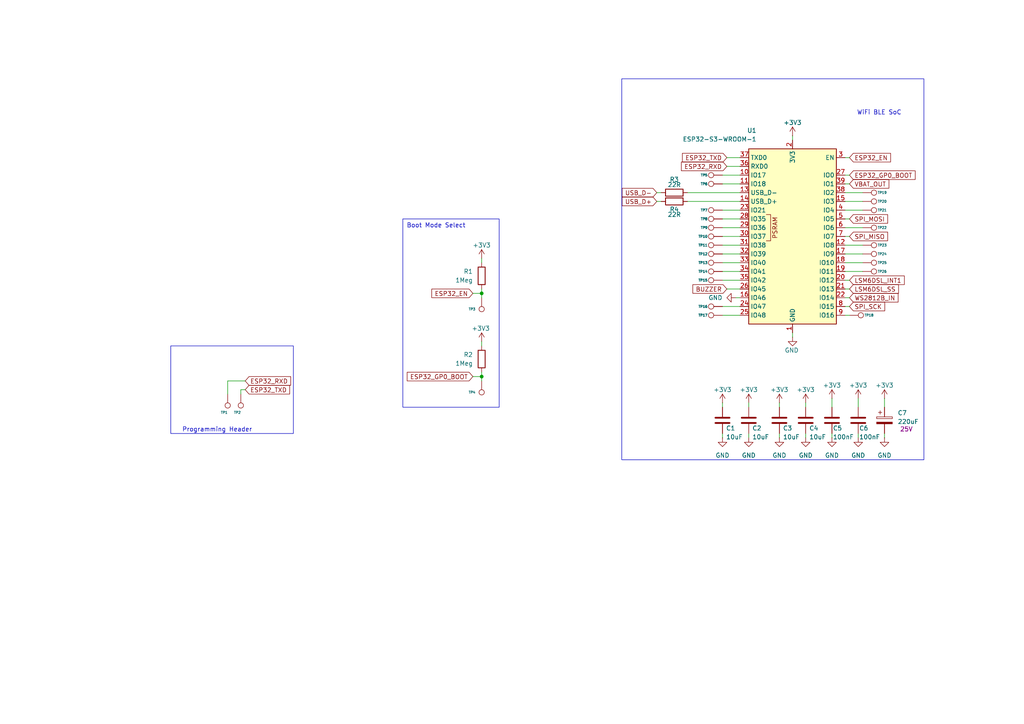
<source format=kicad_sch>
(kicad_sch (version 20250114) (generator "eeschema") (generator_version "9.0")
  (paper "A4")
  (title_block (title "MCU") (date "2025-09-26") (rev "v1.0") (company "By Shrinath Nimare <shrinath.nimare@gmail.com>"))
  (lib_symbols
    (symbol "Connector:TestPoint" (pin_numbers (hide yes)) (pin_names (offset 0.762) (hide yes))
      (property "Reference" "TP" (at 0 6.858 0))
      (property "Value" "TestPoint" (at 0 5.08 0))
      (symbol "TestPoint_0_1"
        (circle (center 0 3.302) (radius 0.762))
      )
      (symbol "TestPoint_1_1"
        (pin passive line (at 0 0 90) (length 2.54) (name "1") (number "1"))
      )
    )
    (symbol "Device:C" (pin_numbers (hide yes)) (pin_names (offset 0.254))
      (property "Reference" "C" (at 0.635 2.54 0))
      (property "Value" "C" (at 0.635 -2.54 0))
      (symbol "C_0_1"
        (polyline (pts (xy -2.032 0.762) (xy 2.032 0.762)) (stroke (width 0.508)))
        (polyline (pts (xy -2.032 -0.762) (xy 2.032 -0.762)) (stroke (width 0.508)))
      )
      (symbol "C_1_1"
        (pin passive line (at 0 3.81 270) (length 2.794) (name "~") (number "1"))
        (pin passive line (at 0 -3.81 90) (length 2.794) (name "~") (number "2"))
      )
    )
    (symbol "Device:C_Polarized" (pin_numbers (hide yes)) (pin_names (offset 0.254))
      (property "Reference" "C" (at 0.635 2.54 0))
      (property "Value" "C_Polarized" (at 0.635 -2.54 0))
      (symbol "C_Polarized_0_1"
        (rectangle (start -2.286 0.508) (end 2.286 1.016))
        (polyline (pts (xy -1.778 2.286) (xy -0.762 2.286)))
        (polyline (pts (xy -1.27 2.794) (xy -1.27 1.778)))
        (rectangle (start 2.286 -0.508) (end -2.286 -1.016) (fill (type outline)))
      )
      (symbol "C_Polarized_1_1"
        (pin passive line (at 0 3.81 270) (length 2.794) (name "~") (number "1"))
        (pin passive line (at 0 -3.81 90) (length 2.794) (name "~") (number "2"))
      )
    )
    (symbol "Device:R" (pin_numbers (hide yes)) (pin_names (offset 0))
      (property "Reference" "R" (at 2.032 0 90))
      (property "Value" "R" (at 0 0 90))
      (symbol "R_0_1"
        (rectangle (start -1.016 -2.54) (end 1.016 2.54) (stroke (width 0.254)))
      )
      (symbol "R_1_1"
        (pin passive line (at 0 3.81 270) (length 1.27) (name "~") (number "1"))
        (pin passive line (at 0 -3.81 90) (length 1.27) (name "~") (number "2"))
      )
    )
    (symbol "RF_Module:ESP32-S3-WROOM-1"
      (property "Reference" "U" (at -12.7 26.67 0))
      (property "Value" "ESP32-S3-WROOM-1" (at 12.7 26.67 0))
      (symbol "ESP32-S3-WROOM-1_0_0"
        (rectangle (start -12.7 25.4) (end 12.7 -25.4) (stroke (width 0.254)) (fill (type background)))
        (text "PSRAM" (at 5.08 2.54 900) (effects (font (size 1.27 1.27))))
      )
      (symbol "ESP32-S3-WROOM-1_0_1"
        (polyline (pts (xy 7.62 -1.27) (xy 6.35 -1.27) (xy 6.35 6.35) (xy 7.62 6.35)))
      )
      (symbol "ESP32-S3-WROOM-1_1_1"
        (pin input line (at -15.24 22.86 0) (length 2.54) (name "EN") (number "3"))
        (pin bidirectional line (at -15.24 17.78 0) (length 2.54) (name "IO0") (number "27"))
        (pin bidirectional line (at -15.24 15.24 0) (length 2.54) (name "IO1") (number "39"))
        (pin bidirectional line (at -15.24 12.7 0) (length 2.54) (name "IO2") (number "38"))
        (pin bidirectional line (at -15.24 10.16 0) (length 2.54) (name "IO3") (number "15"))
        (pin bidirectional line (at -15.24 7.62 0) (length 2.54) (name "IO4") (number "4"))
        (pin bidirectional line (at -15.24 5.08 0) (length 2.54) (name "IO5") (number "5"))
        (pin bidirectional line (at -15.24 2.54 0) (length 2.54) (name "IO6") (number "6"))
        (pin bidirectional line (at -15.24 0 0) (length 2.54) (name "IO7") (number "7"))
        (pin bidirectional line (at -15.24 -2.54 0) (length 2.54) (name "IO8") (number "12"))
        (pin bidirectional line (at -15.24 -5.08 0) (length 2.54) (name "IO9") (number "17"))
        (pin bidirectional line (at -15.24 -7.62 0) (length 2.54) (name "IO10") (number "18"))
        (pin bidirectional line (at -15.24 -10.16 0) (length 2.54) (name "IO11") (number "19"))
        (pin bidirectional line (at -15.24 -12.7 0) (length 2.54) (name "IO12") (number "20"))
        (pin bidirectional line (at -15.24 -15.24 0) (length 2.54) (name "IO13") (number "21"))
        (pin bidirectional line (at -15.24 -17.78 0) (length 2.54) (name "IO14") (number "22"))
        (pin bidirectional line (at -15.24 -20.32 0) (length 2.54) (name "IO15") (number "8"))
        (pin bidirectional line (at -15.24 -22.86 0) (length 2.54) (name "IO16") (number "9"))
        (pin power_in line (at 0 27.94 270) (length 2.54) (name "3V3") (number "2"))
        (pin power_in line (at 0 -27.94 90) (length 2.54) (name "GND") (number "1"))
        (pin passive line (at 0 -27.94 90) (length 2.54) (hide yes) (name "GND") (number "40"))
        (pin passive line (at 0 -27.94 90) (length 2.54) (hide yes) (name "GND") (number "41"))
        (pin bidirectional line (at 15.24 22.86 180) (length 2.54) (name "TXD0") (number "37"))
        (pin bidirectional line (at 15.24 20.32 180) (length 2.54) (name "RXD0") (number "36"))
        (pin bidirectional line (at 15.24 17.78 180) (length 2.54) (name "IO17") (number "10"))
        (pin bidirectional line (at 15.24 15.24 180) (length 2.54) (name "IO18") (number "11"))
        (pin bidirectional line (at 15.24 12.7 180) (length 2.54) (name "USB_D-") (number "13"))
        (pin bidirectional line (at 15.24 10.16 180) (length 2.54) (name "USB_D+") (number "14"))
        (pin bidirectional line (at 15.24 7.62 180) (length 2.54) (name "IO21") (number "23"))
        (pin bidirectional line (at 15.24 5.08 180) (length 2.54) (name "IO35") (number "28"))
        (pin bidirectional line (at 15.24 2.54 180) (length 2.54) (name "IO36") (number "29"))
        (pin bidirectional line (at 15.24 0 180) (length 2.54) (name "IO37") (number "30"))
        (pin bidirectional line (at 15.24 -2.54 180) (length 2.54) (name "IO38") (number "31"))
        (pin bidirectional line (at 15.24 -5.08 180) (length 2.54) (name "IO39") (number "32"))
        (pin bidirectional line (at 15.24 -7.62 180) (length 2.54) (name "IO40") (number "33"))
        (pin bidirectional line (at 15.24 -10.16 180) (length 2.54) (name "IO41") (number "34"))
        (pin bidirectional line (at 15.24 -12.7 180) (length 2.54) (name "IO42") (number "35"))
        (pin bidirectional line (at 15.24 -15.24 180) (length 2.54) (name "IO45") (number "26"))
        (pin bidirectional line (at 15.24 -17.78 180) (length 2.54) (name "IO46") (number "16"))
        (pin bidirectional line (at 15.24 -20.32 180) (length 2.54) (name "IO47") (number "24"))
        (pin bidirectional line (at 15.24 -22.86 180) (length 2.54) (name "IO48") (number "25"))
      )
    )
    (symbol "power:+3V3" (power) (pin_numbers (hide yes)) (pin_names (offset 0) (hide yes))
      (property "Value" "+3V3" (at 0 3.556 0))
      (symbol "+3V3_0_1"
        (polyline (pts (xy -0.762 1.27) (xy 0 2.54)))
        (polyline (pts (xy 0 2.54) (xy 0.762 1.27)))
        (polyline (pts (xy 0 0) (xy 0 2.54)))
      )
      (symbol "+3V3_1_1"
        (pin power_in line (at 0 0 90) (length 0) (name "~") (number "1"))
      )
    )
    (symbol "power:GND" (power) (pin_numbers (hide yes)) (pin_names (offset 0) (hide yes))
      (property "Value" "GND" (at 0 -3.81 0))
      (symbol "GND_0_1"
        (polyline (pts (xy 0 0) (xy 0 -1.27) (xy 1.27 -1.27) (xy 0 -2.54) (xy -1.27 -1.27) (xy 0 -1.27)))
      )
      (symbol "GND_1_1"
        (pin power_in line (at 0 0 270) (length 0) (name "~") (number "1"))
      )
    )
  )
  (rectangle (start 116.84 63.5) (end 144.78 118.11))
  (rectangle (start 49.53 100.33) (end 85.09 125.73))
  (rectangle (start 180.34 22.86) (end 267.97 133.35))
  (text "Boot Mode Select" (at 126.492 65.532 0) (effects (font (size 1.27 1.27))))
  (text "WiFi BLE SoC" (at 255.016 32.766 0) (effects (font (size 1.27 1.27))))
  (text "Programming Header" (at 62.992 124.714 0) (effects (font (size 1.27 1.27))))
  (junction (at 139.7 85.09))
  (junction (at 139.7 109.22))
  (wire (pts (xy 245.11 76.2) (xy 250.19 76.2)))
  (wire (pts (xy 229.87 96.52) (xy 229.87 97.79)))
  (wire (pts (xy 217.17 116.84) (xy 217.17 118.11)))
  (wire (pts (xy 245.11 66.04) (xy 250.19 66.04)))
  (wire (pts (xy 245.11 53.34) (xy 246.38 53.34)))
  (wire (pts (xy 233.68 116.84) (xy 233.68 118.11)))
  (wire (pts (xy 209.55 53.34) (xy 214.63 53.34)))
  (wire (pts (xy 245.11 73.66) (xy 250.19 73.66)))
  (wire (pts (xy 245.11 88.9) (xy 246.38 88.9)))
  (wire (pts (xy 245.11 45.72) (xy 246.38 45.72)))
  (wire (pts (xy 209.55 81.28) (xy 214.63 81.28)))
  (wire (pts (xy 248.92 115.57) (xy 248.92 118.11)))
  (wire (pts (xy 241.3 125.73) (xy 241.3 127)))
  (wire (pts (xy 209.55 50.8) (xy 214.63 50.8)))
  (wire (pts (xy 245.11 78.74) (xy 250.19 78.74)))
  (wire (pts (xy 71.12 113.03) (xy 69.85 113.03)))
  (wire (pts (xy 209.55 73.66) (xy 214.63 73.66)))
  (wire (pts (xy 226.06 116.84) (xy 226.06 118.11)))
  (wire (pts (xy 209.55 78.74) (xy 214.63 78.74)))
  (wire (pts (xy 245.11 63.5) (xy 246.38 63.5)))
  (wire (pts (xy 209.55 71.12) (xy 214.63 71.12)))
  (wire (pts (xy 213.36 86.36) (xy 214.63 86.36)))
  (wire (pts (xy 209.55 116.84) (xy 209.55 118.11)))
  (wire (pts (xy 199.39 58.42) (xy 214.63 58.42)))
  (wire (pts (xy 245.11 60.96) (xy 250.19 60.96)))
  (wire (pts (xy 139.7 109.22) (xy 139.7 110.49)))
  (wire (pts (xy 210.82 45.72) (xy 214.63 45.72)))
  (wire (pts (xy 241.3 115.57) (xy 241.3 118.11)))
  (wire (pts (xy 210.82 83.82) (xy 214.63 83.82)))
  (wire (pts (xy 190.5 55.88) (xy 191.77 55.88)))
  (wire (pts (xy 245.11 91.44) (xy 246.38 91.44)))
  (wire (pts (xy 209.55 88.9) (xy 214.63 88.9)))
  (wire (pts (xy 139.7 74.93) (xy 139.7 76.2)))
  (wire (pts (xy 69.85 113.03) (xy 69.85 114.3)))
  (wire (pts (xy 210.82 48.26) (xy 214.63 48.26)))
  (wire (pts (xy 245.11 71.12) (xy 250.19 71.12)))
  (wire (pts (xy 209.55 76.2) (xy 214.63 76.2)))
  (wire (pts (xy 199.39 55.88) (xy 214.63 55.88)))
  (wire (pts (xy 137.16 85.09) (xy 139.7 85.09)))
  (wire (pts (xy 71.12 110.49) (xy 66.04 110.49)))
  (wire (pts (xy 245.11 68.58) (xy 246.38 68.58)))
  (wire (pts (xy 209.55 68.58) (xy 214.63 68.58)))
  (wire (pts (xy 217.17 125.73) (xy 217.17 127)))
  (wire (pts (xy 209.55 91.44) (xy 214.63 91.44)))
  (wire (pts (xy 245.11 86.36) (xy 246.38 86.36)))
  (wire (pts (xy 248.92 125.73) (xy 248.92 127)))
  (wire (pts (xy 139.7 99.06) (xy 139.7 100.33)))
  (wire (pts (xy 256.54 127) (xy 256.54 125.73)))
  (wire (pts (xy 245.11 50.8) (xy 246.38 50.8)))
  (wire (pts (xy 250.19 58.42) (xy 245.11 58.42)))
  (wire (pts (xy 209.55 66.04) (xy 214.63 66.04)))
  (wire (pts (xy 139.7 107.95) (xy 139.7 109.22)))
  (wire (pts (xy 245.11 81.28) (xy 246.38 81.28)))
  (wire (pts (xy 245.11 55.88) (xy 250.19 55.88)))
  (wire (pts (xy 139.7 85.09) (xy 139.7 86.36)))
  (wire (pts (xy 139.7 83.82) (xy 139.7 85.09)))
  (wire (pts (xy 209.55 60.96) (xy 214.63 60.96)))
  (wire (pts (xy 226.06 125.73) (xy 226.06 127)))
  (wire (pts (xy 229.87 39.37) (xy 229.87 40.64)))
  (wire (pts (xy 256.54 115.57) (xy 256.54 118.11)))
  (wire (pts (xy 66.04 110.49) (xy 66.04 114.3)))
  (wire (pts (xy 233.68 125.73) (xy 233.68 127)))
  (wire (pts (xy 209.55 63.5) (xy 214.63 63.5)))
  (wire (pts (xy 209.55 125.73) (xy 209.55 127)))
  (wire (pts (xy 245.11 83.82) (xy 246.38 83.82)))
  (wire (pts (xy 137.16 109.22) (xy 139.7 109.22)))
  (wire (pts (xy 190.5 58.42) (xy 191.77 58.42)))
  (global_label "LSM6DSL_INT1" (shape input) (at 246.38 81.28 0) (property "Intersheetrefs" "${INTERSHEET_REFS}" (effects (hide yes))))
  (global_label "ESP32_RXD" (shape input) (at 71.12 110.49 0) (property "Intersheetrefs" "${INTERSHEET_REFS}" (effects (hide yes))))
  (global_label "WS2812B_IN" (shape input) (at 246.38 86.36 0) (property "Intersheetrefs" "${INTERSHEET_REFS}" (effects (hide yes))))
  (global_label "USB_D+" (shape input) (at 190.5 58.42 180) (property "Intersheetrefs" "${INTERSHEET_REFS}" (effects (hide yes))))
  (global_label "ESP32_RXD" (shape input) (at 210.82 48.26 180) (property "Intersheetrefs" "${INTERSHEET_REFS}" (effects (hide yes))))
  (global_label "LSM6DSL_SS" (shape input) (at 246.38 83.82 0) (property "Intersheetrefs" "${INTERSHEET_REFS}" (effects (hide yes))))
  (global_label "ESP32_TXD" (shape input) (at 210.82 45.72 180) (property "Intersheetrefs" "${INTERSHEET_REFS}" (effects (hide yes))))
  (global_label "BUZZER" (shape input) (at 210.82 83.82 180) (property "Intersheetrefs" "${INTERSHEET_REFS}" (effects (hide yes))))
  (global_label "ESP32_TXD" (shape input) (at 71.12 113.03 0) (property "Intersheetrefs" "${INTERSHEET_REFS}" (effects (hide yes))))
  (global_label "ESP32_GP0_BOOT" (shape input) (at 137.16 109.22 180) (property "Intersheetrefs" "${INTERSHEET_REFS}" (effects (hide yes))))
  (global_label "ESP32_GP0_BOOT" (shape input) (at 246.38 50.8 0) (property "Intersheetrefs" "${INTERSHEET_REFS}" (effects (hide yes))))
  (global_label "SPI_MISO" (shape input) (at 246.38 68.58 0) (property "Intersheetrefs" "${INTERSHEET_REFS}" (effects (hide yes))))
  (global_label "ESP32_EN" (shape input) (at 137.16 85.09 180) (property "Intersheetrefs" "${INTERSHEET_REFS}" (effects (hide yes))))
  (global_label "SPI_SCK" (shape input) (at 246.38 88.9 0) (property "Intersheetrefs" "${INTERSHEET_REFS}" (effects (hide yes))))
  (global_label "ESP32_EN" (shape input) (at 246.38 45.72 0) (property "Intersheetrefs" "${INTERSHEET_REFS}" (effects (hide yes))))
  (global_label "SPI_MOSI" (shape input) (at 246.38 63.5 0) (property "Intersheetrefs" "${INTERSHEET_REFS}" (effects (hide yes))))
  (global_label "USB_D-" (shape input) (at 190.5 55.88 180) (property "Intersheetrefs" "${INTERSHEET_REFS}" (effects (hide yes))))
  (global_label "VBAT_OUT" (shape input) (at 246.38 53.34 0) (property "Intersheetrefs" "${INTERSHEET_REFS}" (effects (hide yes))))
  (symbol (lib_id "power:GND") (at 209.55 127 0) (unit 1)
    (property "Reference" "#PWR04" (effects (hide yes)))
    (property "Value" "GND" (at 209.55 132.08 0))
    (property "Description" "Power symbol creates a global label with name \"GND\" , ground" (effects (hide yes)))
  )
  (symbol (lib_id "power:+3V3") (at 248.92 115.57 0) (unit 1)
    (property "Reference" "#PWR016" (effects (hide yes)))
    (property "Value" "+3V3" (at 248.92 111.76 0))
    (property "Description" "Power symbol creates a global label with name \"+3V3\"" (effects (hide yes)))
  )
  (symbol (lib_id "Device:R") (at 139.7 80.01 0) (unit 1)
    (property "Reference" "R1" (at 137.16 78.7399 0) (effects (justify right)))
    (property "Value" "1Meg" (at 137.16 81.2799 0) (effects (justify right)))
    (property "Footprint" "Resistor_SMD:R_0805_2012Metric" (effects (hide yes)))
    (property "Description" "Resistor" (effects (hide yes)))
    (property "Source" "Evelta" (effects (hide yes)))
    (property "Source_URL" "https://evelta.com/1m-1-0-125w-0805-chip-resistor/" (effects (hide yes)))
  )
  (symbol (lib_id "Connector:TestPoint") (at 139.7 110.49 0) (mirror x) (unit 1)
    (property "Reference" "TP4" (at 135.89 113.792 0) (effects (font (size 0.7 0.7)) (justify left)))
    (property "Value" "TestPoint" (effects (hide yes)))
    (property "Footprint" "small_tp:TestPoint_Pad_D1.0mm_small" (effects (hide yes)))
  )
  (symbol (lib_id "power:GND") (at 248.92 127 0) (unit 1)
    (property "Reference" "#PWR017" (effects (hide yes)))
    (property "Value" "GND" (at 248.92 132.08 0))
    (property "Description" "Power symbol creates a global label with name \"GND\" , ground" (effects (hide yes)))
  )
  (symbol (lib_id "power:+3V3") (at 139.7 99.06 0) (unit 1)
    (property "Reference" "#PWR02" (effects (hide yes)))
    (property "Value" "+3V3" (at 139.446 95.25 0))
    (property "Description" "Power symbol creates a global label with name \"+3V3\"" (effects (hide yes)))
  )
  (symbol (lib_id "Device:C_Polarized") (at 256.54 121.92 0) (unit 1)
    (property "Reference" "C7" (at 260.35 119.761 0) (effects (justify left)))
    (property "Value" "220uF" (at 260.35 122.301 0) (effects (justify left)))
    (property "Footprint" "Capacitor_THT:CP_Radial_D5.0mm_P2.00mm" (effects (hide yes)))
    (property "Rating" "25V" (at 262.89 124.46 0))
  )
  (symbol (lib_id "Connector:TestPoint") (at 250.19 55.88 270) (mirror x) (unit 1)
    (property "Reference" "TP19" (at 254.508 55.88 90) (effects (font (size 0.7 0.7)) (justify left)))
    (property "Value" "TestPoint" (effects (hide yes)))
    (property "Footprint" "small_tp:TestPoint_Pad_D1.0mm_small" (effects (hide yes)))
  )
  (symbol (lib_id "Connector:TestPoint") (at 250.19 73.66 270) (mirror x) (unit 1)
    (property "Reference" "TP24" (at 254.508 73.66 90) (effects (font (size 0.7 0.7)) (justify left)))
    (property "Value" "TestPoint" (effects (hide yes)))
    (property "Footprint" "small_tp:TestPoint_Pad_D1.0mm_small" (effects (hide yes)))
  )
  (symbol (lib_id "Connector:TestPoint") (at 250.19 76.2 270) (mirror x) (unit 1)
    (property "Reference" "TP25" (at 254.508 76.2 90) (effects (font (size 0.7 0.7)) (justify left)))
    (property "Value" "TestPoint" (effects (hide yes)))
    (property "Footprint" "small_tp:TestPoint_Pad_D1.0mm_small" (effects (hide yes)))
  )
  (symbol (lib_id "power:+3V3") (at 209.55 116.84 0) (unit 1)
    (property "Reference" "#PWR03" (effects (hide yes)))
    (property "Value" "+3V3" (at 209.55 113.03 0))
    (property "Description" "Power symbol creates a global label with name \"+3V3\"" (effects (hide yes)))
  )
  (symbol (lib_id "Connector:TestPoint") (at 209.55 53.34 90) (mirror x) (unit 1)
    (property "Reference" "TP6" (at 205.232 53.34 90) (effects (font (size 0.7 0.7)) (justify left)))
    (property "Value" "TestPoint" (effects (hide yes)))
    (property "Footprint" "small_tp:TestPoint_Pad_D1.0mm_small" (effects (hide yes)))
  )
  (symbol (lib_id "Connector:TestPoint") (at 209.55 91.44 90) (mirror x) (unit 1)
    (property "Reference" "TP17" (at 205.232 91.44 90) (effects (font (size 0.7 0.7)) (justify left)))
    (property "Value" "TestPoint" (effects (hide yes)))
    (property "Footprint" "small_tp:TestPoint_Pad_D1.0mm_small" (effects (hide yes)))
  )
  (symbol (lib_id "Device:R") (at 195.58 55.88 90) (mirror x) (unit 1)
    (property "Reference" "R3" (at 195.58 52.07 90))
    (property "Value" "22R" (at 195.58 53.594 90))
    (property "Footprint" "Resistor_SMD:R_0805_2012Metric" (effects (hide yes)))
    (property "Description" "Resistor" (effects (hide yes)))
    (property "Source" "Evelta" (effects (hide yes)))
    (property "Source_URL" "https://evelta.com/1k-1-0805-thick-film-chip-resistor-0805w8f1001t5e/" (effects (hide yes)))
  )
  (symbol (lib_id "power:+3V3") (at 229.87 39.37 0) (unit 1)
    (property "Reference" "#PWR010" (effects (hide yes)))
    (property "Value" "+3V3" (at 229.87 35.56 0))
    (property "Description" "Power symbol creates a global label with name \"+3V3\"" (effects (hide yes)))
  )
  (symbol (lib_id "Connector:TestPoint") (at 69.85 114.3 0) (mirror x) (unit 1)
    (property "Reference" "TP2" (at 67.818 119.634 0) (effects (font (size 0.7 0.7)) (justify left)))
    (property "Value" "TestPoint" (effects (hide yes)))
    (property "Footprint" "small_tp:TestPoint_Pad_D1.0mm_small" (effects (hide yes)))
  )
  (symbol (lib_id "power:+3V3") (at 233.68 116.84 0) (unit 1)
    (property "Reference" "#PWR012" (effects (hide yes)))
    (property "Value" "+3V3" (at 233.68 113.03 0))
    (property "Description" "Power symbol creates a global label with name \"+3V3\"" (effects (hide yes)))
  )
  (symbol (lib_id "Connector:TestPoint") (at 209.55 78.74 90) (mirror x) (unit 1)
    (property "Reference" "TP14" (at 205.232 78.74 90) (effects (font (size 0.7 0.7)) (justify left)))
    (property "Value" "TestPoint" (effects (hide yes)))
    (property "Footprint" "small_tp:TestPoint_Pad_D1.0mm_small" (effects (hide yes)))
  )
  (symbol (lib_id "Connector:TestPoint") (at 209.55 60.96 90) (mirror x) (unit 1)
    (property "Reference" "TP7" (at 205.232 60.96 90) (effects (font (size 0.7 0.7)) (justify left)))
    (property "Value" "TestPoint" (effects (hide yes)))
    (property "Footprint" "small_tp:TestPoint_Pad_D1.0mm_small" (effects (hide yes)))
  )
  (symbol (lib_id "Connector:TestPoint") (at 209.55 76.2 90) (mirror x) (unit 1)
    (property "Reference" "TP13" (at 205.232 76.2 90) (effects (font (size 0.7 0.7)) (justify left)))
    (property "Value" "TestPoint" (effects (hide yes)))
    (property "Footprint" "small_tp:TestPoint_Pad_D1.0mm_small" (effects (hide yes)))
  )
  (symbol (lib_id "Connector:TestPoint") (at 250.19 60.96 270) (mirror x) (unit 1)
    (property "Reference" "TP21" (at 254.508 60.96 90) (effects (font (size 0.7 0.7)) (justify left)))
    (property "Value" "TestPoint" (effects (hide yes)))
    (property "Footprint" "small_tp:TestPoint_Pad_D1.0mm_small" (effects (hide yes)))
  )
  (symbol (lib_id "power:+3V3") (at 226.06 116.84 0) (unit 1)
    (property "Reference" "#PWR08" (effects (hide yes)))
    (property "Value" "+3V3" (at 226.06 113.03 0))
    (property "Description" "Power symbol creates a global label with name \"+3V3\"" (effects (hide yes)))
  )
  (symbol (lib_id "RF_Module:ESP32-S3-WROOM-1") (at 229.87 68.58 0) (mirror y) (unit 1)
    (property "Reference" "U1" (at 219.456 37.846 0) (effects (justify left)))
    (property "Value" "ESP32-S3-WROOM-1" (at 219.456 40.386 0) (effects (justify left)))
    (property "Footprint" "RF_Module:ESP32-S3-WROOM-1" (effects (hide yes)))
    (property "Datasheet" "https://www.espressif.com/sites/default/files/documentation/esp32-s3-wroom-1_wroom-1u_datasheet_en.pdf" (effects (hide yes)))
    (property "Description" "RF Module, ESP32-S3 SoC, Wi-Fi 802.11b/g/n, Bluetooth, BLE, 32-bit, 3.3V, onboard antenna, SMD" (effects (hide yes)))
    (property "Source" "Own" (effects (hide yes)))
  )
  (symbol (lib_id "Device:C") (at 233.68 121.92 180) (unit 1)
    (property "Reference" "C4" (at 234.696 124.206 0) (effects (justify right)))
    (property "Value" "10uF" (at 234.696 126.746 0) (effects (justify right)))
    (property "Footprint" "Capacitor_SMD:C_0805_2012Metric" (effects (hide yes)))
    (property "Description" "Unpolarized capacitor" (effects (hide yes)))
    (property "Source" "Evelta" (effects (hide yes)))
    (property "Source_URL" "https://evelta.com/10uf-25v-10-x5r-0805-capacitor/" (effects (hide yes)))
  )
  (symbol (lib_id "power:+3V3") (at 241.3 115.57 0) (unit 1)
    (property "Reference" "#PWR014" (effects (hide yes)))
    (property "Value" "+3V3" (at 241.3 111.76 0))
    (property "Description" "Power symbol creates a global label with name \"+3V3\"" (effects (hide yes)))
  )
  (symbol (lib_id "power:GND") (at 213.36 86.36 270) (unit 1)
    (property "Reference" "#PWR05" (effects (hide yes)))
    (property "Value" "GND" (at 209.55 86.3599 90) (effects (justify right)))
    (property "Description" "Power symbol creates a global label with name \"GND\" , ground" (effects (hide yes)))
  )
  (symbol (lib_id "Device:C") (at 226.06 121.92 180) (unit 1)
    (property "Reference" "C3" (at 227.076 124.206 0) (effects (justify right)))
    (property "Value" "10uF" (at 227.076 126.746 0) (effects (justify right)))
    (property "Footprint" "Capacitor_SMD:C_0805_2012Metric" (effects (hide yes)))
    (property "Description" "Unpolarized capacitor" (effects (hide yes)))
    (property "Source" "Evelta" (effects (hide yes)))
    (property "Source_URL" "https://evelta.com/10uf-25v-10-x5r-0805-capacitor/" (effects (hide yes)))
  )
  (symbol (lib_id "Device:C") (at 209.55 121.92 180) (unit 1)
    (property "Reference" "C1" (at 210.566 124.206 0) (effects (justify right)))
    (property "Value" "10uF" (at 210.566 126.746 0) (effects (justify right)))
    (property "Footprint" "Capacitor_SMD:C_0805_2012Metric" (effects (hide yes)))
    (property "Description" "Unpolarized capacitor" (effects (hide yes)))
    (property "Source" "Evelta" (effects (hide yes)))
    (property "Source_URL" "https://evelta.com/10uf-25v-10-x5r-0805-capacitor/" (effects (hide yes)))
  )
  (symbol (lib_id "power:GND") (at 233.68 127 0) (unit 1)
    (property "Reference" "#PWR013" (effects (hide yes)))
    (property "Value" "GND" (at 233.68 132.08 0))
    (property "Description" "Power symbol creates a global label with name \"GND\" , ground" (effects (hide yes)))
  )
  (symbol (lib_id "Device:C") (at 241.3 121.92 180) (unit 1)
    (property "Reference" "C5" (at 241.554 124.206 0) (effects (justify right)))
    (property "Value" "100nF" (at 241.554 126.746 0) (effects (justify right)))
    (property "Footprint" "Capacitor_SMD:C_0805_2012Metric" (effects (hide yes)))
    (property "Description" "Unpolarized capacitor" (effects (hide yes)))
    (property "Source" "Evelta" (effects (hide yes)))
    (property "Source_URL" "https://evelta.com/100nf-50v-10-x7r-0805-capacitor/" (effects (hide yes)))
  )
  (symbol (lib_id "Connector:TestPoint") (at 209.55 88.9 90) (mirror x) (unit 1)
    (property "Reference" "TP16" (at 205.232 88.9 90) (effects (font (size 0.7 0.7)) (justify left)))
    (property "Value" "TestPoint" (effects (hide yes)))
    (property "Footprint" "small_tp:TestPoint_Pad_D1.0mm_small" (effects (hide yes)))
  )
  (symbol (lib_id "Device:C") (at 248.92 121.92 180) (unit 1)
    (property "Reference" "C6" (at 249.174 124.206 0) (effects (justify right)))
    (property "Value" "100nF" (at 249.174 126.746 0) (effects (justify right)))
    (property "Footprint" "Capacitor_SMD:C_0805_2012Metric" (effects (hide yes)))
    (property "Description" "Unpolarized capacitor" (effects (hide yes)))
    (property "Source" "Evelta" (effects (hide yes)))
    (property "Source_URL" "https://evelta.com/100nf-50v-10-x7r-0805-capacitor/" (effects (hide yes)))
  )
  (symbol (lib_id "power:GND") (at 229.87 97.79 0) (unit 1)
    (property "Reference" "#PWR011" (effects (hide yes)))
    (property "Value" "GND" (at 229.616 101.6 0))
    (property "Description" "Power symbol creates a global label with name \"GND\" , ground" (effects (hide yes)))
  )
  (symbol (lib_id "Connector:TestPoint") (at 250.19 58.42 270) (mirror x) (unit 1)
    (property "Reference" "TP20" (at 254.508 58.42 90) (effects (font (size 0.7 0.7)) (justify left)))
    (property "Value" "TestPoint" (effects (hide yes)))
    (property "Footprint" "small_tp:TestPoint_Pad_D1.0mm_small" (effects (hide yes)))
  )
  (symbol (lib_id "Device:R") (at 139.7 104.14 0) (unit 1)
    (property "Reference" "R2" (at 137.16 102.8699 0) (effects (justify right)))
    (property "Value" "1Meg" (at 137.16 105.4099 0) (effects (justify right)))
    (property "Footprint" "Resistor_SMD:R_0805_2012Metric" (effects (hide yes)))
    (property "Description" "Resistor" (effects (hide yes)))
    (property "Source" "Evelta" (effects (hide yes)))
    (property "Source_URL" "https://evelta.com/1m-1-0-125w-0805-chip-resistor/" (effects (hide yes)))
  )
  (symbol (lib_id "Connector:TestPoint") (at 250.19 66.04 270) (mirror x) (unit 1)
    (property "Reference" "TP22" (at 254.508 66.04 90) (effects (font (size 0.7 0.7)) (justify left)))
    (property "Value" "TestPoint" (effects (hide yes)))
    (property "Footprint" "small_tp:TestPoint_Pad_D1.0mm_small" (effects (hide yes)))
  )
  (symbol (lib_id "power:GND") (at 256.54 127 0) (unit 1)
    (property "Reference" "#PWR019" (effects (hide yes)))
    (property "Value" "GND" (at 256.54 132.08 0))
  )
  (symbol (lib_id "Connector:TestPoint") (at 209.55 73.66 90) (mirror x) (unit 1)
    (property "Reference" "TP12" (at 205.232 73.66 90) (effects (font (size 0.7 0.7)) (justify left)))
    (property "Value" "TestPoint" (effects (hide yes)))
    (property "Footprint" "small_tp:TestPoint_Pad_D1.0mm_small" (effects (hide yes)))
  )
  (symbol (lib_id "Connector:TestPoint") (at 139.7 86.36 0) (mirror x) (unit 1)
    (property "Reference" "TP3" (at 135.89 89.662 0) (effects (font (size 0.7 0.7)) (justify left)))
    (property "Value" "TestPoint" (effects (hide yes)))
    (property "Footprint" "small_tp:TestPoint_Pad_D1.0mm_small" (effects (hide yes)))
  )
  (symbol (lib_id "Connector:TestPoint") (at 209.55 81.28 90) (mirror x) (unit 1)
    (property "Reference" "TP15" (at 205.232 81.28 90) (effects (font (size 0.7 0.7)) (justify left)))
    (property "Value" "TestPoint" (effects (hide yes)))
    (property "Footprint" "small_tp:TestPoint_Pad_D1.0mm_small" (effects (hide yes)))
  )
  (symbol (lib_id "Connector:TestPoint") (at 209.55 50.8 90) (mirror x) (unit 1)
    (property "Reference" "TP5" (at 205.232 50.8 90) (effects (font (size 0.7 0.7)) (justify left)))
    (property "Value" "TestPoint" (effects (hide yes)))
    (property "Footprint" "small_tp:TestPoint_Pad_D1.0mm_small" (effects (hide yes)))
  )
  (symbol (lib_id "power:GND") (at 217.17 127 0) (unit 1)
    (property "Reference" "#PWR07" (effects (hide yes)))
    (property "Value" "GND" (at 217.17 132.08 0))
    (property "Description" "Power symbol creates a global label with name \"GND\" , ground" (effects (hide yes)))
  )
  (symbol (lib_id "power:+3V3") (at 217.17 116.84 0) (unit 1)
    (property "Reference" "#PWR06" (effects (hide yes)))
    (property "Value" "+3V3" (at 217.17 113.03 0))
    (property "Description" "Power symbol creates a global label with name \"+3V3\"" (effects (hide yes)))
  )
  (symbol (lib_id "Connector:TestPoint") (at 209.55 68.58 90) (mirror x) (unit 1)
    (property "Reference" "TP10" (at 205.232 68.58 90) (effects (font (size 0.7 0.7)) (justify left)))
    (property "Value" "TestPoint" (effects (hide yes)))
    (property "Footprint" "small_tp:TestPoint_Pad_D1.0mm_small" (effects (hide yes)))
  )
  (symbol (lib_id "Device:C") (at 217.17 121.92 180) (unit 1)
    (property "Reference" "C2" (at 218.186 124.206 0) (effects (justify right)))
    (property "Value" "10uF" (at 218.186 126.746 0) (effects (justify right)))
    (property "Footprint" "Capacitor_SMD:C_0805_2012Metric" (effects (hide yes)))
    (property "Description" "Unpolarized capacitor" (effects (hide yes)))
    (property "Source" "Evelta" (effects (hide yes)))
    (property "Source_URL" "https://evelta.com/10uf-25v-10-x5r-0805-capacitor/" (effects (hide yes)))
  )
  (symbol (lib_id "Connector:TestPoint") (at 250.19 71.12 270) (mirror x) (unit 1)
    (property "Reference" "TP23" (at 254.508 71.12 90) (effects (font (size 0.7 0.7)) (justify left)))
    (property "Value" "TestPoint" (effects (hide yes)))
    (property "Footprint" "small_tp:TestPoint_Pad_D1.0mm_small" (effects (hide yes)))
  )
  (symbol (lib_id "power:GND") (at 241.3 127 0) (unit 1)
    (property "Reference" "#PWR015" (effects (hide yes)))
    (property "Value" "GND" (at 241.3 132.08 0))
    (property "Description" "Power symbol creates a global label with name \"GND\" , ground" (effects (hide yes)))
  )
  (symbol (lib_id "Connector:TestPoint") (at 66.04 114.3 0) (mirror x) (unit 1)
    (property "Reference" "TP1" (at 64.008 119.634 0) (effects (font (size 0.7 0.7)) (justify left)))
    (property "Value" "TestPoint" (effects (hide yes)))
    (property "Footprint" "small_tp:TestPoint_Pad_D1.0mm_small" (effects (hide yes)))
  )
  (symbol (lib_id "Connector:TestPoint") (at 246.38 91.44 270) (mirror x) (unit 1)
    (property "Reference" "TP18" (at 250.698 91.44 90) (effects (font (size 0.7 0.7)) (justify left)))
    (property "Value" "TestPoint" (effects (hide yes)))
    (property "Footprint" "small_tp:TestPoint_Pad_D1.0mm_small" (effects (hide yes)))
  )
  (symbol (lib_id "Connector:TestPoint") (at 209.55 63.5 90) (mirror x) (unit 1)
    (property "Reference" "TP8" (at 205.232 63.5 90) (effects (font (size 0.7 0.7)) (justify left)))
    (property "Value" "TestPoint" (effects (hide yes)))
    (property "Footprint" "small_tp:TestPoint_Pad_D1.0mm_small" (effects (hide yes)))
  )
  (symbol (lib_id "power:+3V3") (at 139.7 74.93 0) (unit 1)
    (property "Reference" "#PWR01" (effects (hide yes)))
    (property "Value" "+3V3" (at 139.7 71.12 0))
    (property "Description" "Power symbol creates a global label with name \"+3V3\"" (effects (hide yes)))
  )
  (symbol (lib_id "power:GND") (at 226.06 127 0) (unit 1)
    (property "Reference" "#PWR09" (effects (hide yes)))
    (property "Value" "GND" (at 226.06 132.08 0))
    (property "Description" "Power symbol creates a global label with name \"GND\" , ground" (effects (hide yes)))
  )
  (symbol (lib_id "Connector:TestPoint") (at 209.55 66.04 90) (mirror x) (unit 1)
    (property "Reference" "TP9" (at 205.232 66.04 90) (effects (font (size 0.7 0.7)) (justify left)))
    (property "Value" "TestPoint" (effects (hide yes)))
    (property "Footprint" "small_tp:TestPoint_Pad_D1.0mm_small" (effects (hide yes)))
  )
  (symbol (lib_id "Connector:TestPoint") (at 250.19 78.74 270) (mirror x) (unit 1)
    (property "Reference" "TP26" (at 254.508 78.74 90) (effects (font (size 0.7 0.7)) (justify left)))
    (property "Value" "TestPoint" (effects (hide yes)))
    (property "Footprint" "small_tp:TestPoint_Pad_D1.0mm_small" (effects (hide yes)))
  )
  (symbol (lib_id "Connector:TestPoint") (at 209.55 71.12 90) (mirror x) (unit 1)
    (property "Reference" "TP11" (at 205.232 71.12 90) (effects (font (size 0.7 0.7)) (justify left)))
    (property "Value" "TestPoint" (effects (hide yes)))
    (property "Footprint" "small_tp:TestPoint_Pad_D1.0mm_small" (effects (hide yes)))
  )
  (symbol (lib_id "power:+3V3") (at 256.54 115.57 0) (unit 1)
    (property "Reference" "#PWR018" (effects (hide yes)))
    (property "Value" "+3V3" (at 256.54 111.76 0))
    (property "Description" "Power symbol creates a global label with name \"+3V3\"" (effects (hide yes)))
  )
  (symbol (lib_id "Device:R") (at 195.58 58.42 270) (mirror x) (unit 1)
    (property "Reference" "R4" (at 195.58 60.706 90))
    (property "Value" "22R" (at 195.58 62.23 90))
    (property "Footprint" "Resistor_SMD:R_0805_2012Metric" (effects (hide yes)))
    (property "Description" "Resistor" (effects (hide yes)))
    (property "Source" "Evelta" (effects (hide yes)))
    (property "Source_URL" "https://evelta.com/1k-1-0805-thick-film-chip-resistor-0805w8f1001t5e/" (effects (hide yes)))
  )
)
</source>
